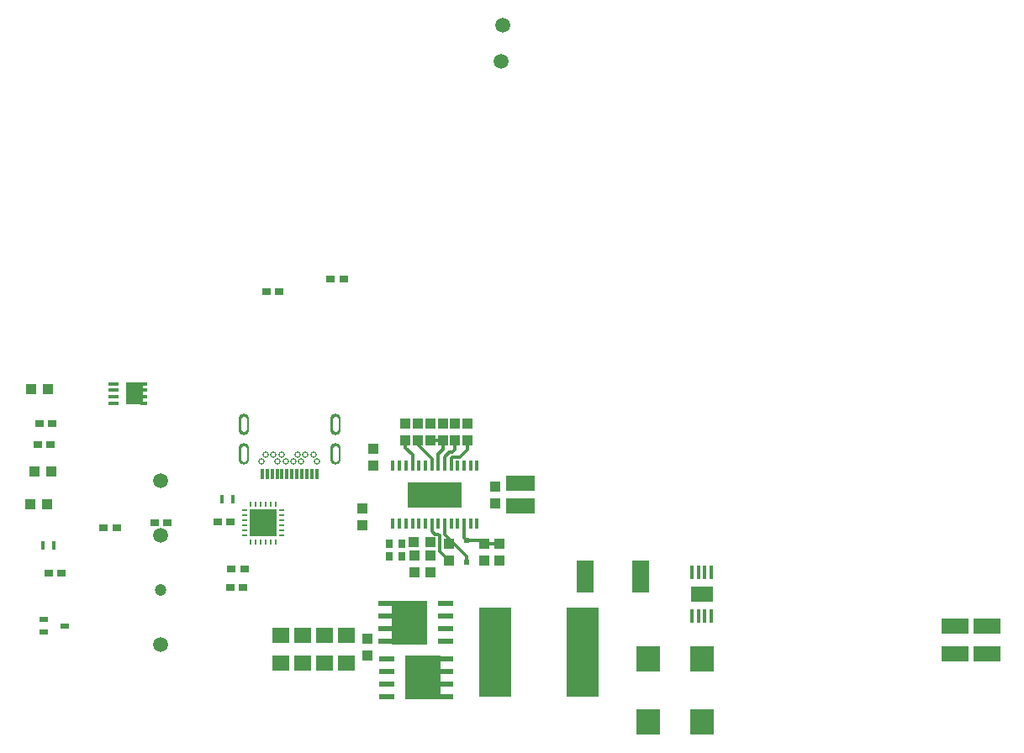
<source format=gbr>
G04 DipTrace 3.3.1.3*
G04 Top.gbr*
%MOMM*%
G04 #@! TF.FileFunction,Copper,L1,Top*
G04 #@! TF.Part,Single*
%ADD50C,0.4*%
%ADD51C,0.6*%
G04 #@! TA.AperFunction,Conductor*
%ADD13C,0.3*%
%ADD14R,2.4X2.6*%
%ADD15R,2.7X1.6*%
%ADD16R,1.8X1.6*%
%ADD17R,1.0X1.1*%
%ADD18R,0.7X0.9*%
%ADD19R,1.1X1.0*%
%ADD20R,0.9X0.7*%
%ADD22R,0.6X0.6*%
%ADD24R,0.85X0.5*%
%ADD25R,0.4X0.9*%
%ADD26R,3.3X9.02*%
%ADD27R,3.0X1.5*%
%ADD28R,3.65X4.41*%
%ADD29R,1.35X0.6*%
%ADD30R,1.55X0.6*%
%ADD31R,0.76X0.405*%
%ADD32R,0.99X0.405*%
%ADD33R,1.725X2.235*%
%ADD34R,1.8X3.2*%
%ADD35C,1.5*%
%ADD36C,1.2*%
%ADD37R,0.4X1.05*%
%ADD38R,5.5X2.5*%
%ADD40R,0.6X0.25*%
%ADD41R,0.25X0.6*%
%ADD42R,2.7X2.7*%
%ADD43R,0.3X1.1*%
G04 #@! TA.AperFunction,ComponentPad*
%ADD44C,0.65*%
%ADD45O,1.1X2.2*%
%ADD47R,0.4X1.4*%
%ADD48R,2.2X1.5*%
%FSLAX35Y35*%
G04*
G71*
G90*
G75*
G01*
G04 Top*
%LPD*%
X2957427Y4069300D2*
D13*
Y3997173D1*
X3027550Y3927050D1*
Y3814923D1*
X3417550D2*
Y3893800D1*
X3429677Y3905923D1*
X3509050D1*
X3582427Y3979300D1*
Y4069300D1*
X3457427D2*
Y3981300D1*
X3429673Y3953550D1*
X3397923D1*
X3350300Y3905923D1*
Y3817173D1*
X3352550Y3814923D1*
X3082427Y4069300D2*
Y4030923D1*
X3223300Y3890050D1*
X3222550Y3889300D1*
Y3814923D1*
X3547550Y3234923D2*
Y3088425D1*
X3572550Y3063425D1*
X3711925D1*
X3747175Y3028175D1*
X3905925D1*
X3572550Y2843425D2*
Y2905800D1*
X3450175Y3028175D1*
X3397925D1*
Y3080425D1*
X3350300Y3128050D1*
X3352550Y3130300D1*
Y3234923D1*
X3207427Y4069300D2*
X3332427D1*
Y3983300D1*
X3286800Y3937673D1*
Y3815677D1*
X3287550Y3814923D1*
X3222550Y3234923D2*
Y3160550D1*
X3255050Y3128050D1*
X3286800D1*
X3302675Y3112175D1*
Y2953425D1*
X3397925Y2858175D1*
D14*
X5398177Y1873923D3*
Y1233890D3*
X5947053Y1873923D3*
Y1233890D3*
D15*
X8493800Y1924427D3*
Y2204427D3*
X8811300Y1924427D3*
Y2204427D3*
D16*
X1699307Y1826300D3*
Y2106300D3*
X1921550Y1826300D3*
Y2106300D3*
X2143803Y1826300D3*
Y2106300D3*
X2366050Y1826300D3*
Y2106300D3*
D17*
X3858300Y3604300D3*
Y3434300D3*
X3457427Y4239300D3*
Y4069300D3*
X2957427D3*
Y4239300D3*
X3397925Y2858175D3*
Y3028175D3*
X3905925Y2858175D3*
Y3028175D3*
D18*
X2794673Y3032800D3*
Y2902800D3*
D17*
X2524800Y3219173D3*
Y3389173D3*
D19*
X3213050Y3048673D3*
X3043050D3*
D17*
X2635927Y3985300D3*
Y3815300D3*
X2572423Y1905677D3*
Y2075677D3*
X3747175Y2858175D3*
Y3028175D3*
D19*
X-808950Y4588550D3*
X-638950D3*
D20*
X-746950Y4032927D3*
X-616950D3*
X429300Y3239177D3*
X559300D3*
X1064300Y3255050D3*
X1194300D3*
D22*
X3572550Y2843425D3*
Y3063425D3*
D24*
X-681950Y2270800D3*
Y2140787D3*
X-471950Y2205793D3*
D25*
X-697827Y3016927D3*
X-587827D3*
X1111923Y3477300D3*
X1221923D3*
D19*
X-777200Y3763050D3*
X-607200D3*
X-824823Y3429673D3*
X-654823D3*
D26*
X3858300Y1937427D3*
X4738300D3*
D27*
X4112300Y3639423D3*
Y3410423D3*
D28*
X2994550Y2239050D3*
D29*
X2755050Y2048550D3*
Y2175550D3*
Y2302550D3*
Y2429550D3*
D30*
X3364050Y2048550D3*
Y2175550D3*
Y2302550D3*
Y2429550D3*
D28*
X3134553Y1683427D3*
D29*
X3374053Y1873927D3*
Y1746927D3*
Y1619927D3*
Y1492927D3*
D30*
X2765053Y1873927D3*
Y1746927D3*
Y1619927D3*
Y1492927D3*
D31*
X318173Y4445677D3*
Y4511677D3*
Y4577677D3*
Y4643673D3*
D32*
X21173Y4445627D3*
Y4511627D3*
Y4577577D3*
Y4643623D3*
D33*
X225373Y4544877D3*
D17*
X3582427Y4239300D3*
Y4069300D3*
X3082427D3*
Y4239300D3*
D34*
X4768927Y2699427D3*
X5328927D3*
D18*
X2921677Y3032800D3*
Y2902800D3*
D17*
X3332427Y4069300D3*
Y4239300D3*
X3207427D3*
Y4069300D3*
X3048677Y2741423D3*
Y2911423D3*
X3207423Y2741423D3*
Y2911423D3*
D20*
X1556423Y5572800D3*
X1686423D3*
X2205800Y5699800D3*
X2335800D3*
X-731077Y4239300D3*
X-601077D3*
X49800Y3191550D3*
X-80200D3*
X-634327Y2731177D3*
X-504327D3*
X1205677Y2778800D3*
X1335677D3*
X1191300Y2588300D3*
X1321300D3*
D35*
X3937677Y8255677D3*
X3921653Y7890293D3*
X492800Y2012173D3*
D36*
Y2562173D3*
D35*
Y3112173D3*
Y3662173D3*
D37*
X3677550Y3814923D3*
X3612550D3*
X3547550D3*
X3482550D3*
X3417550D3*
X3352550D3*
X3287550D3*
X3222550D3*
X3157550D3*
X3092550D3*
X3027550D3*
X2962550D3*
X2897550D3*
X2832550D3*
Y3234923D3*
X2897550D3*
X2962550D3*
X3027550D3*
X3092550D3*
X3157550D3*
X3222550D3*
X3287550D3*
X3352550D3*
X3417550D3*
X3482550D3*
X3547550D3*
X3612550D3*
X3677550D3*
D38*
X3255050Y3524923D3*
D40*
X1334177Y3366177D3*
Y3316177D3*
Y3266177D3*
Y3216177D3*
Y3166177D3*
Y3116177D3*
D41*
X1399177Y3051177D3*
X1449177D3*
X1499177D3*
X1549177D3*
X1599177D3*
X1649177D3*
D40*
X1714177Y3116177D3*
Y3166177D3*
Y3216177D3*
Y3266177D3*
Y3316177D3*
Y3366177D3*
D41*
X1649177Y3431177D3*
X1599177D3*
X1549177D3*
X1499177D3*
X1449177D3*
X1399177D3*
D42*
X1524177Y3241177D3*
D43*
X2064423Y3731300D3*
X2014423D3*
X1964423D3*
X1914423D3*
X1864423D3*
X1814423D3*
X1764423D3*
X1714423D3*
X1664423D3*
X1614423D3*
X1564423D3*
X1514423D3*
D44*
X2064423Y3862300D3*
X1909423D3*
X1749423D3*
X1829423D3*
X1669423D3*
X1949423Y3932300D3*
X1869423D3*
X2029423D3*
X1509423Y3862300D3*
X1709423Y3932300D3*
X1629423D3*
X1549423D3*
D45*
X2249423Y3937300D3*
Y4237300D3*
X1329423D3*
Y3937300D3*
D47*
X5842675Y2302550D3*
X5907675D3*
X5972675D3*
X6037675D3*
Y2742550D3*
X5972675D3*
X5907675D3*
X5842675D3*
D48*
X5940175Y2522550D3*
G04 Top Clear*
%LPC*%
D50*
X2064423Y3862300D3*
X1909423D3*
X1749423D3*
X1829423D3*
X1669423D3*
X1949423Y3932300D3*
X1869423D3*
X2029423D3*
X1509423Y3862300D3*
X1709423Y3932300D3*
X1629423D3*
X1549423D3*
X2249423Y3887300D2*
D51*
Y3987300D1*
Y4187300D2*
Y4287300D1*
X1329423Y4187300D2*
Y4287300D1*
Y3887300D2*
Y3987300D1*
M02*

</source>
